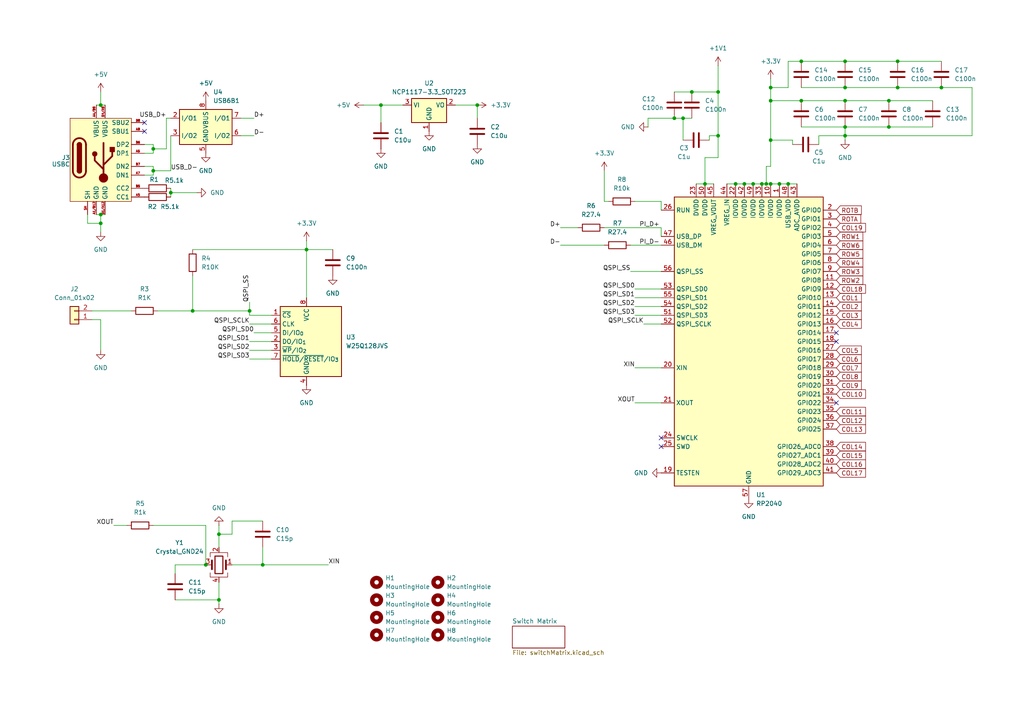
<source format=kicad_sch>
(kicad_sch (version 20250114) (generator "eeschema") (generator_version "9.0")
  (paper "A4")
  (lib_symbols
    (symbol "CUSTOM_MCU:RP2040"
      (property "Reference" "U" (at 17.78 45.72 0))
      (property "Value" "RP2040" (at 17.78 43.18 0))
      (symbol "RP2040_0_1"
        (rectangle (start -21.59 41.91) (end 21.59 -41.91) (stroke (width 0.254)) (fill (type background)))
      )
      (symbol "RP2040_1_1"
        (pin input line (at -25.4 38.1 0) (length 3.81) (name "RUN") (number "26"))
        (pin bidirectional line (at -25.4 30.48 0) (length 3.81) (name "USB_DP") (number "47"))
        (pin bidirectional line (at -25.4 27.94 0) (length 3.81) (name "USB_DM") (number "46"))
        (pin bidirectional line (at -25.4 20.32 0) (length 3.81) (name "QSPI_SS") (number "56"))
        (pin bidirectional line (at -25.4 15.24 0) (length 3.81) (name "QSPI_SD0") (number "53"))
        (pin bidirectional line (at -25.4 12.7 0) (length 3.81) (name "QSPI_SD1") (number "55"))
        (pin bidirectional line (at -25.4 10.16 0) (length 3.81) (name "QSPI_SD2") (number "54"))
        (pin bidirectional line (at -25.4 7.62 0) (length 3.81) (name "QSPI_SD3") (number "51"))
        (pin output line (at -25.4 5.08 0) (length 3.81) (name "QSPI_SCLK") (number "52"))
        (pin input line (at -25.4 -7.62 0) (length 3.81) (name "XIN") (number "20"))
        (pin passive line (at -25.4 -17.78 0) (length 3.81) (name "XOUT") (number "21"))
        (pin input line (at -25.4 -27.94 0) (length 3.81) (name "SWCLK") (number "24"))
        (pin bidirectional line (at -25.4 -30.48 0) (length 3.81) (name "SWD") (number "25"))
        (pin input line (at -25.4 -38.1 0) (length 3.81) (name "TESTEN") (number "19"))
        (pin power_in line (at -15.24 45.72 270) (length 3.81) (name "DVDD") (number "23"))
        (pin power_in line (at -12.7 45.72 270) (length 3.81) (name "DVDD") (number "50"))
        (pin power_out line (at -10.16 45.72 270) (length 3.81) (name "VREG_VOUT") (number "45"))
        (pin power_in line (at -6.35 45.72 270) (length 3.81) (name "VREG_IN") (number "44"))
        (pin power_in line (at -3.81 45.72 270) (length 3.81) (name "IOVDD") (number "22"))
        (pin power_in line (at -1.27 45.72 270) (length 3.81) (name "IOVDD") (number "42"))
        (pin power_in line (at 0 -45.72 90) (length 3.81) (name "GND") (number "57"))
        (pin power_in line (at 1.27 45.72 270) (length 3.81) (name "IOVDD") (number "49"))
        (pin power_in line (at 3.81 45.72 270) (length 3.81) (name "IOVDD") (number "33"))
        (pin power_in line (at 6.35 45.72 270) (length 3.81) (name "IOVDD") (number "10"))
        (pin power_in line (at 8.89 45.72 270) (length 3.81) (name "IOVDD") (number "1"))
        (pin power_in line (at 11.43 45.72 270) (length 3.81) (name "USB_VDD") (number "48"))
        (pin power_in line (at 13.97 45.72 270) (length 3.81) (name "ADC_AVDD") (number "43"))
        (pin bidirectional line (at 25.4 38.1 180) (length 3.81) (name "GPIO0") (number "2"))
        (pin bidirectional line (at 25.4 35.56 180) (length 3.81) (name "GPIO1") (number "3"))
        (pin bidirectional line (at 25.4 33.02 180) (length 3.81) (name "GPIO2") (number "4"))
        (pin bidirectional line (at 25.4 30.48 180) (length 3.81) (name "GPIO3") (number "5"))
        (pin bidirectional line (at 25.4 27.94 180) (length 3.81) (name "GPIO4") (number "6"))
        (pin bidirectional line (at 25.4 25.4 180) (length 3.81) (name "GPIO5") (number "7"))
        (pin bidirectional line (at 25.4 22.86 180) (length 3.81) (name "GPIO6") (number "8"))
        (pin bidirectional line (at 25.4 20.32 180) (length 3.81) (name "GPIO7") (number "9"))
        (pin bidirectional line (at 25.4 17.78 180) (length 3.81) (name "GPIO8") (number "11"))
        (pin bidirectional line (at 25.4 15.24 180) (length 3.81) (name "GPIO9") (number "12"))
        (pin bidirectional line (at 25.4 12.7 180) (length 3.81) (name "GPIO10") (number "13"))
        (pin bidirectional line (at 25.4 10.16 180) (length 3.81) (name "GPIO11") (number "14"))
        (pin bidirectional line (at 25.4 7.62 180) (length 3.81) (name "GPIO12") (number "15"))
        (pin bidirectional line (at 25.4 5.08 180) (length 3.81) (name "GPIO13") (number "16"))
        (pin bidirectional line (at 25.4 2.54 180) (length 3.81) (name "GPIO14") (number "17"))
        (pin bidirectional line (at 25.4 0 180) (length 3.81) (name "GPIO15") (number "18"))
        (pin bidirectional line (at 25.4 -2.54 180) (length 3.81) (name "GPIO16") (number "27"))
        (pin bidirectional line (at 25.4 -5.08 180) (length 3.81) (name "GPIO17") (number "28"))
        (pin bidirectional line (at 25.4 -7.62 180) (length 3.81) (name "GPIO18") (number "29"))
        (pin bidirectional line (at 25.4 -10.16 180) (length 3.81) (name "GPIO19") (number "30"))
        (pin bidirectional line (at 25.4 -12.7 180) (length 3.81) (name "GPIO20") (number "31"))
        (pin bidirectional line (at 25.4 -15.24 180) (length 3.81) (name "GPIO21") (number "32"))
        (pin bidirectional line (at 25.4 -17.78 180) (length 3.81) (name "GPIO22") (number "34"))
        (pin bidirectional line (at 25.4 -20.32 180) (length 3.81) (name "GPIO23") (number "35"))
        (pin bidirectional line (at 25.4 -22.86 180) (length 3.81) (name "GPIO24") (number "36"))
        (pin bidirectional line (at 25.4 -25.4 180) (length 3.81) (name "GPIO25") (number "37"))
        (pin bidirectional line (at 25.4 -30.48 180) (length 3.81) (name "GPIO26_ADC0") (number "38"))
        (pin bidirectional line (at 25.4 -33.02 180) (length 3.81) (name "GPIO27_ADC1") (number "39"))
        (pin bidirectional line (at 25.4 -35.56 180) (length 3.81) (name "GPIO28_ADC2") (number "40"))
        (pin bidirectional line (at 25.4 -38.1 180) (length 3.81) (name "GPIO29_ADC3") (number "41"))
      )
    )
    (symbol "CUSTOM_USB:Korean_Hroparts_Elec_-_Type_C_31_M_12_-_16P_-_USB_2.0"
      (property "Reference" "J" (at 12.192 4.826 0))
      (symbol "Korean_Hroparts_Elec_-_Type_C_31_M_12_-_16P_-_USB_2.0_0_1"
        (polyline (pts (xy -8.0807 -7.6798) (xy -8.0807 -0.0598)) (stroke (width 0.508)))
        (rectangle (start -6.8107 -7.6798) (end -5.5407 -0.0598) (stroke (width 0.254)) (fill (type outline)))
        (arc (start -6.8107 -0.0598) (mid -6.1757 0.5725) (end -5.5407 -0.0598) (stroke (width 0.254)))
        (arc (start -6.8107 -0.0598) (mid -6.1757 0.5725) (end -5.5407 -0.0598) (stroke (width 0.254)) (fill (type outline)))
        (arc (start -8.0807 -0.0598) (mid -6.1757 1.8369) (end -4.2707 -0.0598) (stroke (width 0.508)))
        (arc (start -4.2707 -7.6798) (mid -6.1757 -9.5765) (end -8.0807 -7.6798) (stroke (width 0.508)))
        (arc (start -5.5407 -7.6798) (mid -6.1757 -8.3121) (end -6.8107 -7.6798) (stroke (width 0.254)))
        (arc (start -5.5407 -7.6798) (mid -6.1757 -8.3121) (end -6.8107 -7.6798) (stroke (width 0.254)) (fill (type outline)))
        (polyline (pts (xy -4.2707 -0.0598) (xy -4.2707 -7.6798)) (stroke (width 0.508)))
        (circle (center -1.7307 -2.7268) (radius 0.635) (stroke (width 0.254)) (fill (type outline)))
        (polyline (pts (xy 0.8093 -5.9018) (xy 3.3493 -3.3618) (xy 3.3493 -2.0918)) (stroke (width 0.508)))
        (polyline (pts (xy 0.8093 -7.1718) (xy -1.7307 -4.6318) (xy -1.7307 -3.3618)) (stroke (width 0.508)))
        (polyline (pts (xy 0.8093 -9.7118) (xy 0.8093 0.4482)) (stroke (width 0.508)))
        (circle (center 0.8093 -9.7118) (radius 1.27) (fill (type outline)))
        (rectangle (start 2.7143 -2.0918) (end 3.9843 -0.8218) (stroke (width 0.254)) (fill (type outline)))
      )
      (symbol "Korean_Hroparts_Elec_-_Type_C_31_M_12_-_16P_-_USB_2.0_1_1"
        (rectangle (start -8.89 7.62) (end 8.89 -16.51) (fill (type color) (color 255 255 194 1)))
        (pin input line (at -3.81 -20.32 90) (length 3.81) (name "SH") (number "SH"))
        (pin bidirectional line (at -1.27 11.43 270) (length 3.81) (name "VBUS") (number "A4/B9"))
        (pin bidirectional line (at -1.27 -20.32 90) (length 3.81) (name "GND") (number "A1/B12"))
        (pin bidirectional line (at 1.27 11.43 270) (length 3.81) (name "VBUS") (number "B4/A9"))
        (pin bidirectional line (at 1.27 -20.32 90) (length 3.81) (name "GND") (number "B1/A12"))
        (pin bidirectional line (at 12.7 6.35 180) (length 3.81) (name "SBU2") (number "B8"))
        (pin bidirectional line (at 12.7 3.81 180) (length 3.81) (name "SBU1") (number "A8"))
        (pin bidirectional line (at 12.7 0 180) (length 3.81) (name "DP2") (number "B6"))
        (pin bidirectional line (at 12.7 -2.54 180) (length 3.81) (name "DP1") (number "A6"))
        (pin bidirectional line (at 12.7 -6.35 180) (length 3.81) (name "DN2") (number "B7"))
        (pin bidirectional line (at 12.7 -8.89 180) (length 3.81) (name "DN1") (number "A7"))
        (pin bidirectional line (at 12.7 -12.7 180) (length 3.81) (name "CC2") (number "B5"))
        (pin bidirectional line (at 12.7 -15.24 180) (length 3.81) (name "CC1") (number "A5"))
      )
    )
    (symbol "Connector_Generic:Conn_01x02" (pin_names (offset 1.016) (hide yes))
      (property "Reference" "J" (at 0 2.54 0))
      (property "Value" "Conn_01x02" (at 0 -5.08 0))
      (symbol "Conn_01x02_1_1"
        (rectangle (start -1.27 1.27) (end 1.27 -3.81) (stroke (width 0.254)) (fill (type background)))
        (rectangle (start -1.27 0.127) (end 0 -0.127) (stroke (width 0.1524)))
        (rectangle (start -1.27 -2.413) (end 0 -2.667) (stroke (width 0.1524)))
        (pin passive line (at -5.08 0 0) (length 3.81) (name "Pin_1") (number "1"))
        (pin passive line (at -5.08 -2.54 0) (length 3.81) (name "Pin_2") (number "2"))
      )
    )
    (symbol "Device:C" (pin_numbers (hide yes)) (pin_names (offset 0.254))
      (property "Reference" "C" (at 0.635 2.54 0))
      (property "Value" "C" (at 0.635 -2.54 0))
      (symbol "C_0_1"
        (polyline (pts (xy -2.032 0.762) (xy 2.032 0.762)) (stroke (width 0.508)))
        (polyline (pts (xy -2.032 -0.762) (xy 2.032 -0.762)) (stroke (width 0.508)))
      )
      (symbol "C_1_1"
        (pin passive line (at 0 3.81 270) (length 2.794) (name "~") (number "1"))
        (pin passive line (at 0 -3.81 90) (length 2.794) (name "~") (number "2"))
      )
    )
    (symbol "Device:Crystal_GND24" (pin_names (offset 1.016) (hide yes))
      (property "Reference" "Y" (at 3.175 5.08 0))
      (property "Value" "Crystal_GND24" (at 3.175 3.175 0))
      (symbol "Crystal_GND24_0_1"
        (polyline (pts (xy -2.54 2.286) (xy -2.54 3.556) (xy 2.54 3.556) (xy 2.54 2.286)))
        (polyline (pts (xy -2.54 0) (xy -2.032 0)))
        (polyline (pts (xy -2.54 -2.286) (xy -2.54 -3.556) (xy 2.54 -3.556) (xy 2.54 -2.286)))
        (polyline (pts (xy -2.032 -1.27) (xy -2.032 1.27)) (stroke (width 0.508)))
        (rectangle (start -1.143 2.54) (end 1.143 -2.54) (stroke (width 0.3048)))
        (polyline (pts (xy 0 3.556) (xy 0 3.81)))
        (polyline (pts (xy 0 -3.81) (xy 0 -3.556)))
        (polyline (pts (xy 2.032 0) (xy 2.54 0)))
        (polyline (pts (xy 2.032 -1.27) (xy 2.032 1.27)) (stroke (width 0.508)))
      )
      (symbol "Crystal_GND24_1_1"
        (pin passive line (at -3.81 0 0) (length 1.27) (name "1") (number "1"))
        (pin passive line (at 0 5.08 270) (length 1.27) (name "2") (number "2"))
        (pin passive line (at 0 -5.08 90) (length 1.27) (name "4") (number "4"))
        (pin passive line (at 3.81 0 180) (length 1.27) (name "3") (number "3"))
      )
    )
    (symbol "Device:R" (pin_numbers (hide yes)) (pin_names (offset 0))
      (property "Reference" "R" (at 2.032 0 90))
      (property "Value" "R" (at 0 0 90))
      (symbol "R_0_1"
        (rectangle (start -1.016 -2.54) (end 1.016 2.54) (stroke (width 0.254)))
      )
      (symbol "R_1_1"
        (pin passive line (at 0 3.81 270) (length 1.27) (name "~") (number "1"))
        (pin passive line (at 0 -3.81 90) (length 1.27) (name "~") (number "2"))
      )
    )
    (symbol "Mechanical:MountingHole" (pin_names (offset 1.016)) (in_bom no)
      (property "Reference" "H" (at 0 5.08 0))
      (property "Value" "MountingHole" (at 0 3.175 0))
      (symbol "MountingHole_0_1"
        (circle (center 0 0) (radius 1.27) (stroke (width 1.27)))
      )
    )
    (symbol "Memory_Flash:W25Q128JVS"
      (property "Reference" "U" (at -6.35 11.43 0))
      (property "Value" "W25Q128JVS" (at 7.62 11.43 0))
      (symbol "W25Q128JVS_0_1"
        (rectangle (start -7.62 10.16) (end 10.16 -10.16) (stroke (width 0.254)) (fill (type background)))
      )
      (symbol "W25Q128JVS_1_1"
        (pin input line (at -10.16 7.62 0) (length 2.54) (name "~{CS}") (number "1"))
        (pin input line (at -10.16 5.08 0) (length 2.54) (name "CLK") (number "6"))
        (pin bidirectional line (at -10.16 2.54 0) (length 2.54) (name "DI/IO_{0}") (number "5"))
        (pin bidirectional line (at -10.16 0 0) (length 2.54) (name "DO/IO_{1}") (number "2"))
        (pin bidirectional line (at -10.16 -2.54 0) (length 2.54) (name "~{WP}/IO_{2}") (number "3"))
        (pin bidirectional line (at -10.16 -5.08 0) (length 2.54) (name "~{HOLD}/~{RESET}/IO_{3}") (number "7"))
        (pin power_in line (at 0 12.7 270) (length 2.54) (name "VCC") (number "8"))
        (pin power_in line (at 0 -12.7 90) (length 2.54) (name "GND") (number "4"))
      )
    )
    (symbol "Power_Protection:USB6B1"
      (property "Reference" "U" (at 6.35 6.35 0))
      (property "Value" "USB6B1" (at 5.08 -6.35 0))
      (symbol "USB6B1_0_1"
        (rectangle (start -7.62 -5.08) (end 7.62 5.08) (stroke (width 0.254)) (fill (type background)))
      )
      (symbol "USB6B1_1_1"
        (pin passive line (at -10.16 2.54 0) (length 2.54) (name "I/O1") (number "2"))
        (pin passive line (at -10.16 -2.54 0) (length 2.54) (name "I/O2") (number "3"))
        (pin passive line (at 0 7.62 270) (length 2.54) (hide yes) (name "VBUS") (number "1"))
        (pin passive line (at 0 7.62 270) (length 2.54) (name "VBUS") (number "8"))
        (pin passive line (at 0 -7.62 90) (length 2.54) (hide yes) (name "GND") (number "4"))
        (pin passive line (at 0 -7.62 90) (length 2.54) (name "GND") (number "5"))
        (pin passive line (at 10.16 2.54 180) (length 2.54) (name "I/O1") (number "7"))
        (pin passive line (at 10.16 -2.54 180) (length 2.54) (name "I/O2") (number "6"))
      )
    )
    (symbol "Regulator_Linear:NCP1117-3.3_SOT223"
      (property "Reference" "U" (at -3.81 3.175 0))
      (property "Value" "NCP1117-3.3_SOT223" (at 0 3.175 0))
      (symbol "NCP1117-3.3_SOT223_0_1"
        (rectangle (start -5.08 -5.08) (end 5.08 1.905) (stroke (width 0.254)) (fill (type background)))
      )
      (symbol "NCP1117-3.3_SOT223_1_1"
        (pin power_in line (at -7.62 0 0) (length 2.54) (name "VI") (number "3"))
        (pin power_in line (at 0 -7.62 90) (length 2.54) (name "GND") (number "1"))
        (pin power_out line (at 7.62 0 180) (length 2.54) (name "VO") (number "2"))
      )
    )
    (symbol "power:+1V1" (power) (pin_numbers (hide yes)) (pin_names (offset 0) (hide yes))
      (property "Value" "+1V1" (at 0 3.556 0))
      (symbol "+1V1_0_1"
        (polyline (pts (xy -0.762 1.27) (xy 0 2.54)))
        (polyline (pts (xy 0 2.54) (xy 0.762 1.27)))
        (polyline (pts (xy 0 0) (xy 0 2.54)))
      )
      (symbol "+1V1_1_1"
        (pin power_in line (at 0 0 90) (length 0) (name "~") (number "1"))
      )
    )
    (symbol "power:+3.3V" (power) (pin_numbers (hide yes)) (pin_names (offset 0) (hide yes))
      (property "Value" "+3.3V" (at 0 3.556 0))
      (symbol "+3.3V_0_1"
        (polyline (pts (xy -0.762 1.27) (xy 0 2.54)))
        (polyline (pts (xy 0 2.54) (xy 0.762 1.27)))
        (polyline (pts (xy 0 0) (xy 0 2.54)))
      )
      (symbol "+3.3V_1_1"
        (pin power_in line (at 0 0 90) (length 0) (name "~") (number "1"))
      )
    )
    (symbol "power:+5V" (power) (pin_numbers (hide yes)) (pin_names (offset 0) (hide yes))
      (property "Value" "+5V" (at 0 3.556 0))
      (symbol "+5V_0_1"
        (polyline (pts (xy -0.762 1.27) (xy 0 2.54)))
        (polyline (pts (xy 0 2.54) (xy 0.762 1.27)))
        (polyline (pts (xy 0 0) (xy 0 2.54)))
      )
      (symbol "+5V_1_1"
        (pin power_in line (at 0 0 90) (length 0) (name "~") (number "1"))
      )
    )
    (symbol "power:GND" (power) (pin_numbers (hide yes)) (pin_names (offset 0) (hide yes))
      (property "Value" "GND" (at 0 -3.81 0))
      (symbol "GND_0_1"
        (polyline (pts (xy 0 0) (xy 0 -1.27) (xy 1.27 -1.27) (xy 0 -2.54) (xy -1.27 -1.27) (xy 0 -1.27)))
      )
      (symbol "GND_1_1"
        (pin power_in line (at 0 0 270) (length 0) (name "~") (number "1"))
      )
    )
  )
  (junction (at 245.11 17.78))
  (junction (at 138.43 30.48))
  (junction (at 110.49 30.48))
  (junction (at 195.58 34.29))
  (junction (at 226.06 53.34))
  (junction (at 245.11 39.37))
  (junction (at 213.36 53.34))
  (junction (at 29.21 64.77))
  (junction (at 223.52 29.21))
  (junction (at 44.45 49.53))
  (junction (at 63.5 173.99))
  (junction (at 76.2 163.83))
  (junction (at 257.81 36.83))
  (junction (at 223.52 25.4))
  (junction (at 215.9 53.34))
  (junction (at 257.81 29.21))
  (junction (at 208.28 26.67))
  (junction (at 44.45 43.18))
  (junction (at 245.11 29.21))
  (junction (at 49.53 55.88))
  (junction (at 200.66 26.67))
  (junction (at 55.88 90.17))
  (junction (at 232.41 17.78))
  (junction (at 220.98 53.34))
  (junction (at 218.44 53.34))
  (junction (at 223.52 40.64))
  (junction (at 228.6 53.34))
  (junction (at 232.41 29.21))
  (junction (at 208.28 39.37))
  (junction (at 222.25 53.34))
  (junction (at 260.35 25.4))
  (junction (at 245.11 36.83))
  (junction (at 59.69 163.83))
  (junction (at 72.39 90.17))
  (junction (at 63.5 154.94))
  (junction (at 29.21 62.23))
  (junction (at 260.35 17.78))
  (junction (at 245.11 25.4))
  (junction (at 223.52 53.34))
  (junction (at 204.47 53.34))
  (junction (at 88.9 72.39))
  (junction (at 198.12 34.29))
  (junction (at 273.05 25.4))
  (junction (at 29.21 30.48))
  (no_connect (at 242.57 116.84))
  (no_connect (at 41.91 35.56))
  (no_connect (at 242.57 96.52))
  (no_connect (at 191.77 127))
  (no_connect (at 41.91 38.1))
  (no_connect (at 242.57 99.06))
  (no_connect (at 191.77 129.54))
  (wire (pts (xy 88.9 72.39) (xy 88.9 69.85)))
  (wire (pts (xy 186.69 93.98) (xy 191.77 93.98)))
  (wire (pts (xy 222.25 48.26) (xy 223.52 48.26)))
  (wire (pts (xy 41.91 50.8) (xy 44.45 50.8)))
  (wire (pts (xy 72.39 93.98) (xy 78.74 93.98)))
  (wire (pts (xy 69.85 39.37) (xy 73.66 39.37)))
  (wire (pts (xy 72.39 104.14) (xy 78.74 104.14)))
  (wire (pts (xy 44.45 152.4) (xy 59.69 152.4)))
  (wire (pts (xy 29.21 62.23) (xy 29.21 64.77)))
  (wire (pts (xy 204.47 53.34) (xy 204.47 45.72)))
  (wire (pts (xy 49.53 49.53) (xy 49.53 39.37)))
  (wire (pts (xy 27.94 62.23) (xy 29.21 62.23)))
  (wire (pts (xy 237.49 39.37) (xy 245.11 39.37)))
  (wire (pts (xy 198.12 34.29) (xy 198.12 40.64)))
  (wire (pts (xy 191.77 66.04) (xy 175.26 66.04)))
  (wire (pts (xy 45.72 90.17) (xy 55.88 90.17)))
  (wire (pts (xy 245.11 29.21) (xy 257.81 29.21)))
  (wire (pts (xy 29.21 64.77) (xy 29.21 67.31)))
  (wire (pts (xy 210.82 53.34) (xy 213.36 53.34)))
  (wire (pts (xy 228.6 17.78) (xy 232.41 17.78)))
  (wire (pts (xy 228.6 25.4) (xy 228.6 17.78)))
  (wire (pts (xy 184.15 106.68) (xy 191.77 106.68)))
  (wire (pts (xy 63.5 154.94) (xy 63.5 158.75)))
  (wire (pts (xy 63.5 152.4) (xy 63.5 154.94)))
  (wire (pts (xy 182.88 78.74) (xy 191.77 78.74)))
  (wire (pts (xy 55.88 72.39) (xy 88.9 72.39)))
  (wire (pts (xy 132.08 30.48) (xy 138.43 30.48)))
  (wire (pts (xy 63.5 168.91) (xy 63.5 173.99)))
  (wire (pts (xy 223.52 29.21) (xy 232.41 29.21)))
  (wire (pts (xy 184.15 83.82) (xy 191.77 83.82)))
  (wire (pts (xy 232.41 36.83) (xy 245.11 36.83)))
  (wire (pts (xy 78.74 91.44) (xy 72.39 91.44)))
  (wire (pts (xy 27.94 30.48) (xy 29.21 30.48)))
  (wire (pts (xy 184.15 86.36) (xy 191.77 86.36)))
  (wire (pts (xy 222.25 53.34) (xy 223.52 53.34)))
  (wire (pts (xy 182.88 71.12) (xy 191.77 71.12)))
  (wire (pts (xy 208.28 26.67) (xy 200.66 26.67)))
  (wire (pts (xy 223.52 25.4) (xy 223.52 29.21)))
  (wire (pts (xy 228.6 53.34) (xy 231.14 53.34)))
  (wire (pts (xy 29.21 62.23) (xy 30.48 62.23)))
  (wire (pts (xy 223.52 22.86) (xy 223.52 25.4)))
  (wire (pts (xy 222.25 53.34) (xy 222.25 48.26)))
  (wire (pts (xy 198.12 34.29) (xy 195.58 34.29)))
  (wire (pts (xy 72.39 91.44) (xy 72.39 90.17)))
  (wire (pts (xy 176.53 58.42) (xy 175.26 58.42)))
  (wire (pts (xy 215.9 53.34) (xy 218.44 53.34)))
  (wire (pts (xy 232.41 25.4) (xy 245.11 25.4)))
  (wire (pts (xy 245.11 39.37) (xy 245.11 40.64)))
  (wire (pts (xy 76.2 151.13) (xy 67.31 151.13)))
  (wire (pts (xy 110.49 30.48) (xy 116.84 30.48)))
  (wire (pts (xy 223.52 40.64) (xy 229.87 40.64)))
  (wire (pts (xy 191.77 68.58) (xy 191.77 66.04)))
  (wire (pts (xy 223.52 25.4) (xy 228.6 25.4)))
  (wire (pts (xy 162.56 71.12) (xy 175.26 71.12)))
  (wire (pts (xy 44.45 49.53) (xy 49.53 49.53)))
  (wire (pts (xy 260.35 17.78) (xy 273.05 17.78)))
  (wire (pts (xy 41.91 41.91) (xy 44.45 41.91)))
  (wire (pts (xy 195.58 26.67) (xy 200.66 26.67)))
  (wire (pts (xy 257.81 36.83) (xy 270.51 36.83)))
  (wire (pts (xy 245.11 36.83) (xy 245.11 39.37)))
  (wire (pts (xy 162.56 66.04) (xy 167.64 66.04)))
  (wire (pts (xy 59.69 163.83) (xy 50.8 163.83)))
  (wire (pts (xy 201.93 53.34) (xy 204.47 53.34)))
  (wire (pts (xy 26.67 92.71) (xy 29.21 92.71)))
  (wire (pts (xy 200.66 34.29) (xy 198.12 34.29)))
  (wire (pts (xy 55.88 90.17) (xy 55.88 80.01)))
  (wire (pts (xy 281.94 25.4) (xy 281.94 39.37)))
  (wire (pts (xy 67.31 154.94) (xy 63.5 154.94)))
  (wire (pts (xy 223.52 53.34) (xy 226.06 53.34)))
  (wire (pts (xy 29.21 26.67) (xy 29.21 30.48)))
  (wire (pts (xy 96.52 72.39) (xy 88.9 72.39)))
  (wire (pts (xy 232.41 17.78) (xy 245.11 17.78)))
  (wire (pts (xy 175.26 58.42) (xy 175.26 49.53)))
  (wire (pts (xy 33.02 152.4) (xy 36.83 152.4)))
  (wire (pts (xy 49.53 55.88) (xy 49.53 57.15)))
  (wire (pts (xy 184.15 91.44) (xy 191.77 91.44)))
  (wire (pts (xy 29.21 92.71) (xy 29.21 101.6)))
  (wire (pts (xy 25.4 62.23) (xy 25.4 64.77)))
  (wire (pts (xy 257.81 29.21) (xy 270.51 29.21)))
  (wire (pts (xy 63.5 173.99) (xy 63.5 175.26)))
  (wire (pts (xy 59.69 152.4) (xy 59.69 163.83)))
  (wire (pts (xy 226.06 53.34) (xy 228.6 53.34)))
  (wire (pts (xy 184.15 88.9) (xy 191.77 88.9)))
  (wire (pts (xy 110.49 30.48) (xy 110.49 35.56)))
  (wire (pts (xy 232.41 29.21) (xy 245.11 29.21)))
  (wire (pts (xy 245.11 36.83) (xy 257.81 36.83)))
  (wire (pts (xy 88.9 72.39) (xy 88.9 86.36)))
  (wire (pts (xy 69.85 34.29) (xy 73.66 34.29)))
  (wire (pts (xy 187.96 34.29) (xy 187.96 36.83)))
  (wire (pts (xy 223.52 40.64) (xy 223.52 48.26)))
  (wire (pts (xy 237.49 41.91) (xy 237.49 39.37)))
  (wire (pts (xy 191.77 58.42) (xy 184.15 58.42)))
  (wire (pts (xy 44.45 48.26) (xy 44.45 49.53)))
  (wire (pts (xy 41.91 44.45) (xy 44.45 44.45)))
  (wire (pts (xy 208.28 39.37) (xy 208.28 26.67)))
  (wire (pts (xy 260.35 25.4) (xy 273.05 25.4)))
  (wire (pts (xy 73.66 96.52) (xy 78.74 96.52)))
  (wire (pts (xy 223.52 40.64) (xy 223.52 29.21)))
  (wire (pts (xy 44.45 43.18) (xy 44.45 44.45)))
  (wire (pts (xy 191.77 60.96) (xy 191.77 58.42)))
  (wire (pts (xy 67.31 163.83) (xy 76.2 163.83)))
  (wire (pts (xy 245.11 17.78) (xy 260.35 17.78)))
  (wire (pts (xy 204.47 53.34) (xy 207.01 53.34)))
  (wire (pts (xy 72.39 90.17) (xy 72.39 87.63)))
  (wire (pts (xy 218.44 53.34) (xy 220.98 53.34)))
  (wire (pts (xy 195.58 34.29) (xy 187.96 34.29)))
  (wire (pts (xy 208.28 39.37) (xy 205.74 39.37)))
  (wire (pts (xy 281.94 39.37) (xy 245.11 39.37)))
  (wire (pts (xy 208.28 19.05) (xy 208.28 26.67)))
  (wire (pts (xy 208.28 39.37) (xy 208.28 45.72)))
  (wire (pts (xy 273.05 25.4) (xy 281.94 25.4)))
  (wire (pts (xy 245.11 25.4) (xy 260.35 25.4)))
  (wire (pts (xy 26.67 90.17) (xy 38.1 90.17)))
  (wire (pts (xy 44.45 49.53) (xy 44.45 50.8)))
  (wire (pts (xy 72.39 99.06) (xy 78.74 99.06)))
  (wire (pts (xy 138.43 30.48) (xy 138.43 34.29)))
  (wire (pts (xy 72.39 101.6) (xy 78.74 101.6)))
  (wire (pts (xy 76.2 158.75) (xy 76.2 163.83)))
  (wire (pts (xy 29.21 30.48) (xy 30.48 30.48)))
  (wire (pts (xy 220.98 53.34) (xy 222.25 53.34)))
  (wire (pts (xy 229.87 40.64) (xy 229.87 41.91)))
  (wire (pts (xy 50.8 163.83) (xy 50.8 166.37)))
  (wire (pts (xy 48.26 43.18) (xy 48.26 34.29)))
  (wire (pts (xy 49.53 54.61) (xy 49.53 55.88)))
  (wire (pts (xy 205.74 39.37) (xy 205.74 40.64)))
  (wire (pts (xy 48.26 34.29) (xy 49.53 34.29)))
  (wire (pts (xy 44.45 41.91) (xy 44.45 43.18)))
  (wire (pts (xy 44.45 43.18) (xy 48.26 43.18)))
  (wire (pts (xy 41.91 48.26) (xy 44.45 48.26)))
  (wire (pts (xy 204.47 45.72) (xy 208.28 45.72)))
  (wire (pts (xy 49.53 55.88) (xy 57.15 55.88)))
  (wire (pts (xy 184.15 116.84) (xy 191.77 116.84)))
  (wire (pts (xy 213.36 53.34) (xy 215.9 53.34)))
  (wire (pts (xy 25.4 64.77) (xy 29.21 64.77)))
  (wire (pts (xy 105.41 30.48) (xy 110.49 30.48)))
  (wire (pts (xy 50.8 173.99) (xy 63.5 173.99)))
  (wire (pts (xy 76.2 163.83) (xy 95.25 163.83)))
  (wire (pts (xy 67.31 151.13) (xy 67.31 154.94)))
  (wire (pts (xy 72.39 90.17) (xy 55.88 90.17)))
  (label "XIN" (at 184.15 106.68 180))
  (label "USB_D+" (at 48.26 34.29 180))
  (label "XIN" (at 95.25 163.83 0))
  (label "QSPI_SCLK" (at 72.39 93.98 180))
  (label "D+" (at 73.66 34.29 0))
  (label "QSPI_SD0" (at 73.66 96.52 180))
  (label "QSPI_SD1" (at 72.39 99.06 180))
  (label "XOUT" (at 184.15 116.84 180))
  (label "D-" (at 73.66 39.37 0))
  (label "USB_D-" (at 49.53 49.53 0))
  (label "XOUT" (at 33.02 152.4 180))
  (label "QSPI_SD2" (at 184.15 88.9 180))
  (label "QSPI_SS" (at 72.39 87.63 90))
  (label "QSPI_SD2" (at 72.39 101.6 180))
  (label "PI_D+" (at 185.42 66.04 0))
  (label "PI_D-" (at 185.42 71.12 0))
  (label "QSPI_SD3" (at 184.15 91.44 180))
  (label "QSPI_SD1" (at 184.15 86.36 180))
  (label "D-" (at 162.56 71.12 180))
  (label "D+" (at 162.56 66.04 180))
  (label "QSPI_SD0" (at 184.15 83.82 180))
  (label "QSPI_SCLK" (at 186.69 93.98 180))
  (label "QSPI_SD3" (at 72.39 104.14 180))
  (label "QSPI_SS" (at 182.88 78.74 180))
  (global_label "COL5" (shape input) (at 242.57 101.6 0) (property "Intersheetrefs" "${INTERSHEET_REFS}" (effects (hide yes))))
  (global_label "COL8" (shape input) (at 242.57 109.22 0) (property "Intersheetrefs" "${INTERSHEET_REFS}" (effects (hide yes))))
  (global_label "COL3" (shape input) (at 242.57 91.44 0) (property "Intersheetrefs" "${INTERSHEET_REFS}" (effects (hide yes))))
  (global_label "ROW3" (shape input) (at 242.57 78.74 0) (property "Intersheetrefs" "${INTERSHEET_REFS}" (effects (hide yes))))
  (global_label "COL13" (shape input) (at 242.57 124.46 0) (property "Intersheetrefs" "${INTERSHEET_REFS}" (effects (hide yes))))
  (global_label "COL15" (shape input) (at 242.57 132.08 0) (property "Intersheetrefs" "${INTERSHEET_REFS}" (effects (hide yes))))
  (global_label "COL10" (shape input) (at 242.57 114.3 0) (property "Intersheetrefs" "${INTERSHEET_REFS}" (effects (hide yes))))
  (global_label "ROW1" (shape input) (at 242.57 68.58 0) (property "Intersheetrefs" "${INTERSHEET_REFS}" (effects (hide yes))))
  (global_label "ROTB" (shape input) (at 242.57 60.96 0) (property "Intersheetrefs" "${INTERSHEET_REFS}" (effects (hide yes))))
  (global_label "COL14" (shape input) (at 242.57 129.54 0) (property "Intersheetrefs" "${INTERSHEET_REFS}" (effects (hide yes))))
  (global_label "COL17" (shape input) (at 242.57 137.16 0) (property "Intersheetrefs" "${INTERSHEET_REFS}" (effects (hide yes))))
  (global_label "COL1" (shape input) (at 242.57 86.36 0) (property "Intersheetrefs" "${INTERSHEET_REFS}" (effects (hide yes))))
  (global_label "ROW6" (shape input) (at 242.57 71.12 0) (property "Intersheetrefs" "${INTERSHEET_REFS}" (effects (hide yes))))
  (global_label "COL7" (shape input) (at 242.57 106.68 0) (property "Intersheetrefs" "${INTERSHEET_REFS}" (effects (hide yes))))
  (global_label "COL11" (shape input) (at 242.57 119.38 0) (property "Intersheetrefs" "${INTERSHEET_REFS}" (effects (hide yes))))
  (global_label "ROW5" (shape input) (at 242.57 73.66 0) (property "Intersheetrefs" "${INTERSHEET_REFS}" (effects (hide yes))))
  (global_label "COL18" (shape input) (at 242.57 83.82 0) (property "Intersheetrefs" "${INTERSHEET_REFS}" (effects (hide yes))))
  (global_label "ROW4" (shape input) (at 242.57 76.2 0) (property "Intersheetrefs" "${INTERSHEET_REFS}" (effects (hide yes))))
  (global_label "COL19" (shape input) (at 242.57 66.04 0) (property "Intersheetrefs" "${INTERSHEET_REFS}" (effects (hide yes))))
  (global_label "ROW2" (shape input) (at 242.57 81.28 0) (property "Intersheetrefs" "${INTERSHEET_REFS}" (effects (hide yes))))
  (global_label "COL6" (shape input) (at 242.57 104.14 0) (property "Intersheetrefs" "${INTERSHEET_REFS}" (effects (hide yes))))
  (global_label "COL2" (shape input) (at 242.57 88.9 0) (property "Intersheetrefs" "${INTERSHEET_REFS}" (effects (hide yes))))
  (global_label "ROTA" (shape input) (at 242.57 63.5 0) (property "Intersheetrefs" "${INTERSHEET_REFS}" (effects (hide yes))))
  (global_label "COL4" (shape input) (at 242.57 93.98 0) (property "Intersheetrefs" "${INTERSHEET_REFS}" (effects (hide yes))))
  (global_label "COL16" (shape input) (at 242.57 134.62 0) (property "Intersheetrefs" "${INTERSHEET_REFS}" (effects (hide yes))))
  (global_label "COL12" (shape input) (at 242.57 121.92 0) (property "Intersheetrefs" "${INTERSHEET_REFS}" (effects (hide yes))))
  (global_label "COL9" (shape input) (at 242.57 111.76 0) (property "Intersheetrefs" "${INTERSHEET_REFS}" (effects (hide yes))))
  (symbol (lib_id "Device:R") (at 55.88 76.2 180) (unit 1)
    (property "Reference" "R4" (at 58.42 74.9299 0) (effects (justify right)))
    (property "Value" "R10K" (at 58.42 77.4699 0) (effects (justify right)))
    (property "Footprint" "Resistor_SMD:R_0402_1005Metric" (effects (hide yes)))
    (property "Description" "Resistor" (effects (hide yes)))
  )
  (symbol (lib_id "power:GND") (at 29.21 67.31 0) (unit 1)
    (property "Reference" "#PWR01" (effects (hide yes)))
    (property "Value" "GND" (at 29.21 72.39 0))
    (property "Description" "Power symbol creates a global label with name \"GND\" , ground" (effects (hide yes)))
  )
  (symbol (lib_id "CUSTOM_MCU:RP2040") (at 217.17 99.06 0) (unit 1)
    (property "Reference" "U1" (at 219.3133 143.51 0) (effects (justify left)))
    (property "Value" "RP2040" (at 219.3133 146.05 0) (effects (justify left)))
    (property "Footprint" "Package_DFN_QFN:QFN-56-1EP_7x7mm_P0.4mm_EP3.2x3.2mm" (effects (hide yes)))
    (property "Datasheet" "https://datasheets.raspberrypi.com/rp2040/rp2040-datasheet.pdf" (effects (hide yes)))
    (property "Description" "A microcontroller by Raspberry Pi" (effects (hide yes)))
  )
  (symbol (lib_id "power:+5V") (at 59.69 29.21 0) (unit 1)
    (property "Reference" "#PWR022" (effects (hide yes)))
    (property "Value" "+5V" (at 59.69 24.13 0))
    (property "Description" "Power symbol creates a global label with name \"+5V\"" (effects (hide yes)))
  )
  (symbol (lib_id "Mechanical:MountingHole") (at 109.22 179.07 0) (unit 1) (in_bom no)
    (property "Reference" "H5" (at 111.76 177.7999 0) (effects (justify left)))
    (property "Value" "MountingHole" (at 111.76 180.3399 0) (effects (justify left)))
    (property "Footprint" "MountingHole:MountingHole_3.5mm" (effects (hide yes)))
    (property "Description" "Mounting Hole without connection" (effects (hide yes)))
  )
  (symbol (lib_id "power:GND") (at 96.52 80.01 0) (unit 1)
    (property "Reference" "#PWR016" (effects (hide yes)))
    (property "Value" "GND" (at 96.52 85.09 0))
    (property "Description" "Power symbol creates a global label with name \"GND\" , ground" (effects (hide yes)))
  )
  (symbol (lib_id "Device:R") (at 45.72 57.15 90) (unit 1)
    (property "Reference" "R2" (at 44.196 59.944 90))
    (property "Value" "R5.1k" (at 49.276 59.944 90))
    (property "Footprint" "Resistor_SMD:R_0603_1608Metric" (effects (hide yes)))
    (property "Description" "Resistor" (effects (hide yes)))
  )
  (symbol (lib_id "Mechanical:MountingHole") (at 109.22 173.99 0) (unit 1) (in_bom no)
    (property "Reference" "H3" (at 111.76 172.7199 0) (effects (justify left)))
    (property "Value" "MountingHole" (at 111.76 175.2599 0) (effects (justify left)))
    (property "Footprint" "MountingHole:MountingHole_3.5mm" (effects (hide yes)))
    (property "Description" "Mounting Hole without connection" (effects (hide yes)))
  )
  (symbol (lib_id "Mechanical:MountingHole") (at 109.22 168.91 0) (unit 1) (in_bom no)
    (property "Reference" "H1" (at 111.76 167.6399 0) (effects (justify left)))
    (property "Value" "MountingHole" (at 111.76 170.1799 0) (effects (justify left)))
    (property "Footprint" "MountingHole:MountingHole_3.5mm" (effects (hide yes)))
    (property "Description" "Mounting Hole without connection" (effects (hide yes)))
  )
  (symbol (lib_id "Device:C") (at 245.11 21.59 0) (unit 1)
    (property "Reference" "C15" (at 248.92 20.3199 0) (effects (justify left)))
    (property "Value" "C100n" (at 248.92 22.8599 0) (effects (justify left)))
    (property "Footprint" "Capacitor_SMD:C_0402_1005Metric" (effects (hide yes)))
    (property "Description" "Unpolarized capacitor" (effects (hide yes)))
  )
  (symbol (lib_id "Device:C") (at 195.58 30.48 0) (unit 1)
    (property "Reference" "C12" (at 186.182 28.702 0) (effects (justify left)))
    (property "Value" "C100n" (at 186.182 31.242 0) (effects (justify left)))
    (property "Footprint" "Capacitor_SMD:C_0402_1005Metric" (effects (hide yes)))
    (property "Description" "Unpolarized capacitor" (effects (hide yes)))
  )
  (symbol (lib_id "Device:C") (at 96.52 76.2 0) (unit 1)
    (property "Reference" "C9" (at 100.33 74.9299 0) (effects (justify left)))
    (property "Value" "C100n" (at 100.33 77.4699 0) (effects (justify left)))
    (property "Footprint" "Capacitor_SMD:C_0402_1005Metric" (effects (hide yes)))
    (property "Description" "Unpolarized capacitor" (effects (hide yes)))
  )
  (symbol (lib_id "power:GND") (at 245.11 40.64 0) (unit 1)
    (property "Reference" "#PWR011" (effects (hide yes)))
    (property "Value" "GND" (at 245.11 45.72 0))
    (property "Description" "Power symbol creates a global label with name \"GND\" , ground" (effects (hide yes)))
  )
  (symbol (lib_id "Device:C") (at 270.51 33.02 0) (unit 1)
    (property "Reference" "C13" (at 274.32 31.7499 0) (effects (justify left)))
    (property "Value" "C100n" (at 274.32 34.2899 0) (effects (justify left)))
    (property "Footprint" "Capacitor_SMD:C_0402_1005Metric" (effects (hide yes)))
    (property "Description" "Unpolarized capacitor" (effects (hide yes)))
  )
  (symbol (lib_id "Mechanical:MountingHole") (at 127 184.15 0) (unit 1) (in_bom no)
    (property "Reference" "H8" (at 129.54 182.8799 0) (effects (justify left)))
    (property "Value" "MountingHole" (at 129.54 185.4199 0) (effects (justify left)))
    (property "Footprint" "MountingHole:MountingHole_3.5mm" (effects (hide yes)))
    (property "Description" "Mounting Hole without connection" (effects (hide yes)))
  )
  (symbol (lib_id "power:+3.3V") (at 138.43 30.48 270) (unit 1)
    (property "Reference" "#PWR010" (effects (hide yes)))
    (property "Value" "+3.3V" (at 142.24 30.4799 90) (effects (justify left)))
    (property "Description" "Power symbol creates a global label with name \"+3.3V\"" (effects (hide yes)))
  )
  (symbol (lib_id "power:GND") (at 110.49 43.18 0) (unit 1)
    (property "Reference" "#PWR08" (effects (hide yes)))
    (property "Value" "GND" (at 110.49 48.26 0))
    (property "Description" "Power symbol creates a global label with name \"GND\" , ground" (effects (hide yes)))
  )
  (symbol (lib_id "Power_Protection:USB6B1") (at 59.69 36.83 0) (unit 1)
    (property "Reference" "U4" (at 61.8333 26.67 0) (effects (justify left)))
    (property "Value" "USB6B1" (at 61.8333 29.21 0) (effects (justify left)))
    (property "Footprint" "Package_SO:SOIC-8_3.9x4.9mm_P1.27mm" (effects (hide yes)))
    (property "Datasheet" "http://www.st.com/content/ccc/resource/technical/document/datasheet/3e/ec/b2/54/b2/76/47/90/CD00001361.pdf/files/CD00001361.pdf/jcr:content/translations/en.CD00001361.pdf" (effects (hide yes)))
    (property "Description" "5V Data line protection" (effects (hide yes)))
  )
  (symbol (lib_id "Mechanical:MountingHole") (at 127 168.91 0) (unit 1) (in_bom no)
    (property "Reference" "H2" (at 129.54 167.6399 0) (effects (justify left)))
    (property "Value" "MountingHole" (at 129.54 170.1799 0) (effects (justify left)))
    (property "Footprint" "MountingHole:MountingHole_3.5mm" (effects (hide yes)))
    (property "Description" "Mounting Hole without connection" (effects (hide yes)))
  )
  (symbol (lib_id "Device:R") (at 41.91 90.17 90) (unit 1)
    (property "Reference" "R3" (at 41.91 83.82 90))
    (property "Value" "R1K" (at 41.91 86.36 90))
    (property "Footprint" "Resistor_SMD:R_0402_1005Metric" (effects (hide yes)))
    (property "Description" "Resistor" (effects (hide yes)))
  )
  (symbol (lib_id "Device:C") (at 233.68 41.91 90) (unit 1)
    (property "Reference" "C5" (at 237.49 44.196 90))
    (property "Value" "C1u" (at 237.49 46.736 90))
    (property "Footprint" "Capacitor_SMD:C_0402_1005Metric" (effects (hide yes)))
    (property "Description" "Unpolarized capacitor" (effects (hide yes)))
  )
  (symbol (lib_id "Device:C") (at 201.93 40.64 90) (unit 1)
    (property "Reference" "C3" (at 198.374 42.926 90))
    (property "Value" "C1u" (at 198.374 45.466 90))
    (property "Footprint" "Capacitor_SMD:C_0402_1005Metric" (effects (hide yes)))
    (property "Description" "Unpolarized capacitor" (effects (hide yes)))
  )
  (symbol (lib_id "Memory_Flash:W25Q128JVS") (at 88.9 99.06 0) (unit 1)
    (property "Reference" "U3" (at 100.33 97.7899 0) (effects (justify left)))
    (property "Value" "W25Q128JVS" (at 100.33 100.3299 0) (effects (justify left)))
    (property "Footprint" "Package_SO:SOIC-8_5.3x5.3mm_P1.27mm" (effects (hide yes)))
    (property "Datasheet" "https://www.winbond.com/resource-files/w25q128jv_dtr%20revc%2003272018%20plus.pdf" (effects (hide yes)))
    (property "Description" "128Mbit / 16MiB Serial Flash Memory, Standard/Dual/Quad SPI, 2.7-3.6V, SOIC-8" (effects (hide yes)))
  )
  (symbol (lib_id "power:GND") (at 138.43 41.91 0) (unit 1)
    (property "Reference" "#PWR09" (effects (hide yes)))
    (property "Value" "GND" (at 138.43 46.99 0))
    (property "Description" "Power symbol creates a global label with name \"GND\" , ground" (effects (hide yes)))
  )
  (symbol (lib_id "Device:C") (at 200.66 30.48 0) (unit 1)
    (property "Reference" "C4" (at 204.47 29.2099 0) (effects (justify left)))
    (property "Value" "C100n" (at 204.47 31.7499 0) (effects (justify left)))
    (property "Footprint" "Capacitor_SMD:C_0402_1005Metric" (effects (hide yes)))
    (property "Description" "Unpolarized capacitor" (effects (hide yes)))
  )
  (symbol (lib_id "Device:C") (at 257.81 33.02 0) (unit 1)
    (property "Reference" "C8" (at 261.62 31.7499 0) (effects (justify left)))
    (property "Value" "C100n" (at 261.62 34.2899 0) (effects (justify left)))
    (property "Footprint" "Capacitor_SMD:C_0402_1005Metric" (effects (hide yes)))
    (property "Description" "Unpolarized capacitor" (effects (hide yes)))
  )
  (symbol (lib_id "Device:C") (at 232.41 21.59 0) (unit 1)
    (property "Reference" "C14" (at 236.22 20.3199 0) (effects (justify left)))
    (property "Value" "C100n" (at 236.22 22.8599 0) (effects (justify left)))
    (property "Footprint" "Capacitor_SMD:C_0402_1005Metric" (effects (hide yes)))
    (property "Description" "Unpolarized capacitor" (effects (hide yes)))
  )
  (symbol (lib_id "power:GND") (at 57.15 55.88 90) (unit 1)
    (property "Reference" "#PWR02" (effects (hide yes)))
    (property "Value" "GND" (at 60.96 55.8799 90) (effects (justify right)))
    (property "Description" "Power symbol creates a global label with name \"GND\" , ground" (effects (hide yes)))
  )
  (symbol (lib_id "power:GND") (at 217.17 144.78 0) (unit 1)
    (property "Reference" "#PWR04" (effects (hide yes)))
    (property "Value" "GND" (at 217.17 149.86 0))
    (property "Description" "Power symbol creates a global label with name \"GND\" , ground" (effects (hide yes)))
  )
  (symbol (lib_id "power:+3.3V") (at 175.26 49.53 0) (unit 1)
    (property "Reference" "#PWR024" (effects (hide yes)))
    (property "Value" "+3.3V" (at 175.26 44.45 0))
    (property "Description" "Power symbol creates a global label with name \"+3.3V\"" (effects (hide yes)))
  )
  (symbol (lib_id "power:GND") (at 187.96 36.83 270) (unit 1)
    (property "Reference" "#PWR014" (effects (hide yes)))
    (property "Value" "GND" (at 184.15 36.8299 90) (effects (justify right)))
    (property "Description" "Power symbol creates a global label with name \"GND\" , ground" (effects (hide yes)))
  )
  (symbol (lib_id "Device:C") (at 232.41 33.02 0) (unit 1)
    (property "Reference" "C6" (at 236.22 31.7499 0) (effects (justify left)))
    (property "Value" "C100n" (at 236.22 34.2899 0) (effects (justify left)))
    (property "Footprint" "Capacitor_SMD:C_0402_1005Metric" (effects (hide yes)))
    (property "Description" "Unpolarized capacitor" (effects (hide yes)))
  )
  (symbol (lib_id "Connector_Generic:Conn_01x02") (at 21.59 92.71 180) (unit 1)
    (property "Reference" "J2" (at 21.59 83.82 0))
    (property "Value" "Conn_01x02" (at 21.59 86.36 0))
    (property "Footprint" "Connector_PinHeader_2.54mm:PinHeader_1x02_P2.54mm_Vertical" (effects (hide yes)))
    (property "Description" "Generic connector, single row, 01x02, script generated (kicad-library-utils/schlib/autogen/connector/)" (effects (hide yes)))
  )
  (symbol (lib_id "power:GND") (at 63.5 152.4 0) (mirror x) (unit 1)
    (property "Reference" "#PWR019" (effects (hide yes)))
    (property "Value" "GND" (at 63.5 147.32 0))
    (property "Description" "Power symbol creates a global label with name \"GND\" , ground" (effects (hide yes)))
  )
  (symbol (lib_id "power:+5V") (at 105.41 30.48 90) (unit 1)
    (property "Reference" "#PWR07" (effects (hide yes)))
    (property "Value" "+5V" (at 101.6 30.4799 90) (effects (justify left)))
    (property "Description" "Power symbol creates a global label with name \"+5V\"" (effects (hide yes)))
  )
  (symbol (lib_id "Device:C") (at 138.43 38.1 0) (unit 1)
    (property "Reference" "C2" (at 142.24 36.8299 0) (effects (justify left)))
    (property "Value" "C10u" (at 142.24 39.3699 0) (effects (justify left)))
    (property "Footprint" "Capacitor_SMD:C_1206_3216Metric" (effects (hide yes)))
    (property "Description" "Unpolarized capacitor" (effects (hide yes)))
  )
  (symbol (lib_id "Device:R") (at 180.34 58.42 90) (unit 1)
    (property "Reference" "R8" (at 180.34 52.07 90))
    (property "Value" "R10k" (at 180.34 54.61 90))
    (property "Footprint" "Resistor_SMD:R_0402_1005Metric" (effects (hide yes)))
    (property "Description" "Resistor" (effects (hide yes)))
  )
  (symbol (lib_id "Regulator_Linear:NCP1117-3.3_SOT223") (at 124.46 30.48 0) (unit 1)
    (property "Reference" "U2" (at 124.46 24.13 0))
    (property "Value" "NCP1117-3.3_SOT223" (at 124.46 26.67 0))
    (property "Footprint" "Package_TO_SOT_SMD:SOT-223-3_TabPin2" (effects (hide yes)))
    (property "Datasheet" "http://www.onsemi.com/pub_link/Collateral/NCP1117-D.PDF" (effects (hide yes)))
    (property "Description" "1A Low drop-out regulator, Fixed Output 3.3V, SOT-223" (effects (hide yes)))
  )
  (symbol (lib_id "power:+1V1") (at 208.28 19.05 0) (unit 1)
    (property "Reference" "#PWR013" (effects (hide yes)))
    (property "Value" "+1V1" (at 208.28 13.97 0))
    (property "Description" "Power symbol creates a global label with name \"+1V1\"" (effects (hide yes)))
  )
  (symbol (lib_id "power:+5V") (at 29.21 26.67 0) (unit 1)
    (property "Reference" "#PWR03" (effects (hide yes)))
    (property "Value" "+5V" (at 29.21 21.59 0))
    (property "Description" "Power symbol creates a global label with name \"+5V\"" (effects (hide yes)))
  )
  (symbol (lib_id "Mechanical:MountingHole") (at 127 173.99 0) (unit 1) (in_bom no)
    (property "Reference" "H4" (at 129.54 172.7199 0) (effects (justify left)))
    (property "Value" "MountingHole" (at 129.54 175.2599 0) (effects (justify left)))
    (property "Footprint" "MountingHole:MountingHole_3.5mm" (effects (hide yes)))
    (property "Description" "Mounting Hole without connection" (effects (hide yes)))
  )
  (symbol (lib_id "Device:R") (at 45.72 54.61 90) (unit 1)
    (property "Reference" "R1" (at 44.704 52.07 90))
    (property "Value" "R5.1k" (at 50.546 52.324 90))
    (property "Footprint" "Resistor_SMD:R_0603_1608Metric" (effects (hide yes)))
    (property "Description" "Resistor" (effects (hide yes)))
  )
  (symbol (lib_id "Device:R") (at 40.64 152.4 90) (unit 1)
    (property "Reference" "R5" (at 40.64 146.05 90))
    (property "Value" "R1k" (at 40.64 148.59 90))
    (property "Footprint" "Resistor_SMD:R_0402_1005Metric" (effects (hide yes)))
    (property "Description" "Resistor" (effects (hide yes)))
  )
  (symbol (lib_id "Mechanical:MountingHole") (at 127 179.07 0) (unit 1) (in_bom no)
    (property "Reference" "H6" (at 129.54 177.7999 0) (effects (justify left)))
    (property "Value" "MountingHole" (at 129.54 180.3399 0) (effects (justify left)))
    (property "Footprint" "MountingHole:MountingHole_3.5mm" (effects (hide yes)))
    (property "Description" "Mounting Hole without connection" (effects (hide yes)))
  )
  (symbol (lib_id "Device:R") (at 179.07 71.12 90) (unit 1)
    (property "Reference" "R7" (at 179.07 64.77 90))
    (property "Value" "R27.4" (at 179.07 67.31 90))
    (property "Footprint" "Resistor_SMD:R_0402_1005Metric" (effects (hide yes)))
    (property "Description" "Resistor" (effects (hide yes)))
  )
  (symbol (lib_id "Device:C") (at 110.49 39.37 0) (unit 1)
    (property "Reference" "C1" (at 114.3 38.0999 0) (effects (justify left)))
    (property "Value" "C10u" (at 114.3 40.6399 0) (effects (justify left)))
    (property "Footprint" "Capacitor_SMD:C_1206_3216Metric" (effects (hide yes)))
    (property "Description" "Unpolarized capacitor" (effects (hide yes)))
  )
  (symbol (lib_id "Device:C") (at 245.11 33.02 0) (unit 1)
    (property "Reference" "C7" (at 248.92 31.7499 0) (effects (justify left)))
    (property "Value" "C100n" (at 248.92 34.2899 0) (effects (justify left)))
    (property "Footprint" "Capacitor_SMD:C_0402_1005Metric" (effects (hide yes)))
    (property "Description" "Unpolarized capacitor" (effects (hide yes)))
  )
  (symbol (lib_id "Device:C") (at 260.35 21.59 0) (unit 1)
    (property "Reference" "C16" (at 264.16 20.3199 0) (effects (justify left)))
    (property "Value" "C100n" (at 264.16 22.8599 0) (effects (justify left)))
    (property "Footprint" "Capacitor_SMD:C_0402_1005Metric" (effects (hide yes)))
    (property "Description" "Unpolarized capacitor" (effects (hide yes)))
  )
  (symbol (lib_id "Device:R") (at 171.45 66.04 90) (unit 1)
    (property "Reference" "R6" (at 171.45 59.69 90))
    (property "Value" "R27.4" (at 171.45 62.23 90))
    (property "Footprint" "Resistor_SMD:R_0402_1005Metric" (effects (hide yes)))
    (property "Description" "Resistor" (effects (hide yes)))
  )
  (symbol (lib_id "power:GND") (at 191.77 137.16 270) (unit 1)
    (property "Reference" "#PWR05" (effects (hide yes)))
    (property "Value" "GND" (at 187.96 137.1599 90) (effects (justify right)))
    (property "Description" "Power symbol creates a global label with name \"GND\" , ground" (effects (hide yes)))
  )
  (symbol (lib_id "power:GND") (at 88.9 111.76 0) (unit 1)
    (property "Reference" "#PWR015" (effects (hide yes)))
    (property "Value" "GND" (at 88.9 116.84 0))
    (property "Description" "Power symbol creates a global label with name \"GND\" , ground" (effects (hide yes)))
  )
  (symbol (lib_id "power:GND") (at 124.46 38.1 0) (unit 1)
    (property "Reference" "#PWR06" (effects (hide yes)))
    (property "Value" "GND" (at 124.46 43.18 0))
    (property "Description" "Power symbol creates a global label with name \"GND\" , ground" (effects (hide yes)))
  )
  (symbol (lib_id "CUSTOM_USB:Korean_Hroparts_Elec_-_Type_C_31_M_12_-_16P_-_USB_2.0") (at 29.21 41.91 0) (unit 1)
    (property "Reference" "J3" (at 20.32 45.7199 0) (effects (justify right)))
    (property "Value" "USBC" (at 20.32 47.625 0) (effects (justify right)))
    (property "Footprint" "CUSTOM_USB:Korean Hroparts Elec - Type C 31 M 12 - 16P - USB 2.0" (effects (hide yes)))
  )
  (symbol (lib_id "Device:C") (at 50.8 170.18 0) (unit 1)
    (property "Reference" "C11" (at 54.61 168.9099 0) (effects (justify left)))
    (property "Value" "C15p" (at 54.61 171.4499 0) (effects (justify left)))
    (property "Footprint" "Capacitor_SMD:C_0402_1005Metric" (effects (hide yes)))
    (property "Description" "Unpolarized capacitor" (effects (hide yes)))
  )
  (symbol (lib_id "power:+3.3V") (at 88.9 69.85 0) (unit 1)
    (property "Reference" "#PWR025" (effects (hide yes)))
    (property "Value" "+3.3V" (at 88.9 64.77 0))
    (property "Description" "Power symbol creates a global label with name \"+3.3V\"" (effects (hide yes)))
  )
  (symbol (lib_id "Device:Crystal_GND24") (at 63.5 163.83 0) (mirror y) (unit 1)
    (property "Reference" "Y1" (at 52.07 157.4098 0))
    (property "Value" "Crystal_GND24" (at 52.07 159.9498 0))
    (property "Footprint" "Crystal:Crystal_SMD_3225-4Pin_3.2x2.5mm" (effects (hide yes)))
    (property "Description" "Four pin crystal, GND on pins 2 and 4" (effects (hide yes)))
  )
  (symbol (lib_id "power:GND") (at 63.5 175.26 0) (mirror y) (unit 1)
    (property "Reference" "#PWR020" (effects (hide yes)))
    (property "Value" "GND" (at 63.5 180.34 0))
    (property "Description" "Power symbol creates a global label with name \"GND\" , ground" (effects (hide yes)))
  )
  (symbol (lib_id "Device:C") (at 76.2 154.94 0) (unit 1)
    (property "Reference" "C10" (at 80.01 153.6699 0) (effects (justify left)))
    (property "Value" "C15p" (at 80.01 156.2099 0) (effects (justify left)))
    (property "Footprint" "Capacitor_SMD:C_0402_1005Metric" (effects (hide yes)))
    (property "Description" "Unpolarized capacitor" (effects (hide yes)))
  )
  (symbol (lib_id "Mechanical:MountingHole") (at 109.22 184.15 0) (unit 1) (in_bom no)
    (property "Reference" "H7" (at 111.76 182.8799 0) (effects (justify left)))
    (property "Value" "MountingHole" (at 111.76 185.4199 0) (effects (justify left)))
    (property "Footprint" "MountingHole:MountingHole_3.5mm" (effects (hide yes)))
    (property "Description" "Mounting Hole without connection" (effects (hide yes)))
  )
  (symbol (lib_id "Device:C") (at 273.05 21.59 0) (unit 1)
    (property "Reference" "C17" (at 276.86 20.3199 0) (effects (justify left)))
    (property "Value" "C100n" (at 276.86 22.8599 0) (effects (justify left)))
    (property "Footprint" "Capacitor_SMD:C_0402_1005Metric" (effects (hide yes)))
    (property "Description" "Unpolarized capacitor" (effects (hide yes)))
  )
  (symbol (lib_id "power:GND") (at 29.21 101.6 0) (unit 1)
    (property "Reference" "#PWR017" (effects (hide yes)))
    (property "Value" "GND" (at 29.21 106.68 0))
    (property "Description" "Power symbol creates a global label with name \"GND\" , ground" (effects (hide yes)))
  )
  (symbol (lib_id "power:GND") (at 59.69 44.45 0) (unit 1)
    (property "Reference" "#PWR021" (effects (hide yes)))
    (property "Value" "GND" (at 59.69 49.53 0))
    (property "Description" "Power symbol creates a global label with name \"GND\" , ground" (effects (hide yes)))
  )
  (symbol (lib_id "power:+3.3V") (at 223.52 22.86 0) (unit 1)
    (property "Reference" "#PWR012" (effects (hide yes)))
    (property "Value" "+3.3V" (at 223.52 17.78 0))
    (property "Description" "Power symbol creates a global label with name \"+3.3V\"" (effects (hide yes)))
  )
  (sheet (at 148.59 181.61) (size 15.24 6.35) (stroke (width 0.1524))
    (property "Sheetname" "Switch Matrix" (at 148.59 180.8984 0) (effects (justify left bottom)))
    (property "Sheetfile" "switchMatrix.kicad_sch" (at 148.59 188.5446 0) (effects (justify left top)))
  )
)
</source>
